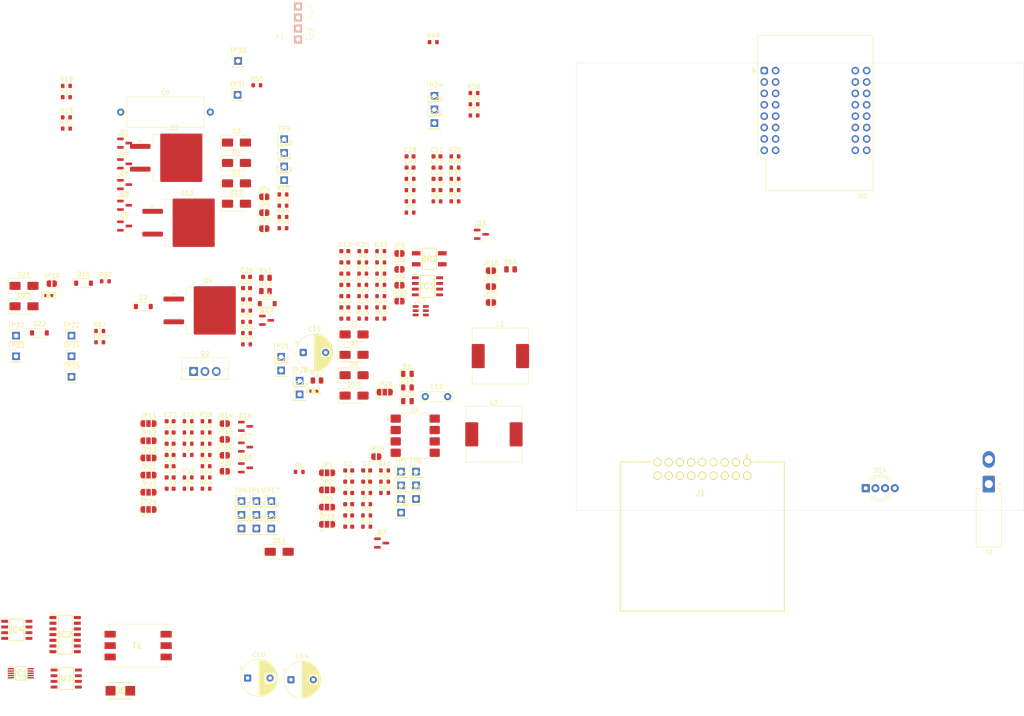
<source format=kicad_pcb>
(kicad_pcb (version 20241229) (generator "pcbnew") (generator_version "9.0")
  (layers (0 "F.Cu" signal) (4 "In1.Cu" signal) (6 "In2.Cu" signal) (2 "B.Cu" signal) (13 "F.Paste" user) (15 "B.Paste" user) (5 "F.SilkS" user "F.Silkscreen") (7 "B.SilkS" user "B.Silkscreen") (1 "F.Mask" user) (3 "B.Mask" user) (25 "Edge.Cuts" user))
  (net 0 "")
  (net 1 "Net-(BR2-~{_1})")
  (net 2 "/PSU/RECT-")
  (net 3 "/PSU/RECT+")
  (net 4 "Net-(BR2-~{_2})")
  (net 5 "Net-(IC1-IN+)")
  (net 6 "Net-(IC1-IN-)")
  (net 7 "+5V")
  (net 8 "GND")
  (net 9 "Net-(JP3-B)")
  (net 10 "Net-(IC1-EXT)")
  (net 11 "COIL")
  (net 12 "Net-(D3-K)")
  (net 13 "/PSU/FB_12")
  (net 14 "Net-(D16-COM)")
  (net 15 "Net-(D1-A)")
  (net 16 "Net-(D10-K)")
  (net 17 "Net-(D9-K)")
  (net 18 "/Sensor/PIEZO_BASIC")
  (net 19 "Net-(JP14-A)")
  (net 20 "/Sensor/CHARGE_AMP-")
  (net 21 "Net-(JP14-B)")
  (net 22 "Net-(U3-BOOT)")
  (net 23 "Net-(U3-SW)")
  (net 24 "Net-(U3-FB)")
  (net 25 "Net-(C26-Pad1)")
  (net 26 "PICKUP_SIM-")
  (net 27 "PICKUP_SIM+")
  (net 28 "Net-(Q7-E)")
  (net 29 "/Pickup/NPN")
  (net 30 "Net-(C30-Pad1)")
  (net 31 "/Sensor/BIAS_CLAMP")
  (net 32 "/Sensor/COUP_SPARK")
  (net 33 "Net-(JP24-C)")
  (net 34 "Net-(D23-A)")
  (net 35 "Net-(U2A-+)")
  (net 36 "+12V")
  (net 37 "Net-(D1-K)")
  (net 38 "Net-(D2-Pad3)")
  (net 39 "Net-(D3-A)")
  (net 40 "STATOR")
  (net 41 "Net-(D5-K)")
  (net 42 "Net-(D7-K)")
  (net 43 "/Sensor/BASIC_CONDITIONER+")
  (net 44 "/Sensor/BASIC_CONDITIONER-")
  (net 45 "Net-(D21-A)")
  (net 46 "Net-(D13-Pad3)")
  (net 47 "KILL_SWITCH")
  (net 48 "Net-(D14-BA)")
  (net 49 "Net-(D14-GA)")
  (net 50 "Net-(D14-RA)")
  (net 51 "+3V3")
  (net 53 "Net-(D18-A)")
  (net 55 "VR_SQUARE")
  (net 56 "Net-(IC1-BIAS)")
  (net 57 "Net-(IC1-ZERO_EN)")
  (net 58 "DIGITAL_QS_IN")
  (net 59 "DIGITAL_QS_OUT")
  (net 60 "PIEZO_SCHMITT")
  (net 61 "SPARK_TRIGGER_AC")
  (net 63 "/PSU/FB_5")
  (net 64 "PIEZO")
  (net 65 "Net-(D22-K)")
  (net 67 "SPARK_TRIGGER")
  (net 68 "/Sensor/ENV_SPARK")
  (net 70 "Net-(IC3-VS)")
  (net 71 "T_CUT")
  (net 74 "POWER_FET")
  (net 75 "/TCI/IGBT")
  (net 76 "/TCI/FET")
  (net 77 "SPARK")
  (net 78 "T_COIL")
  (net 79 "MAP_SW")
  (net 80 "STATOR_2")
  (net 81 "VR+")
  (net 82 "VR-")
  (net 83 "PIEZO-")
  (net 84 "PIEZO+")
  (net 85 "ENABLE_QS")
  (net 86 "COIL_QS")
  (net 87 "Net-(JP1-C)")
  (net 88 "Net-(JP1-A)")
  (net 89 "Net-(JP7-A)")
  (net 90 "/Sensor/PIEZO_AMP")
  (net 91 "Net-(JP15-B)")
  (net 92 "Net-(JP18-B)")
  (net 93 "Net-(JP18-C)")
  (net 94 "PICKUP_SIM_IN+")
  (net 95 "Net-(JP19-A)")
  (net 96 "/Sensor/ENVELOPE")
  (net 97 "/Sensor/AC_COUP")
  (net 98 "/Sensor/FILTER")
  (net 99 "/Sensor/OPAMP")
  (net 100 "Net-(JP25-A)")
  (net 101 "Net-(Q1-B)")
  (net 102 "Net-(Q1-C)")
  (net 103 "INDUCTIVE")
  (net 104 "Net-(Q2-G)")
  (net 105 "Net-(Q4-Pad1)")
  (net 106 "Net-(Q5-B)")
  (net 107 "Net-(Q6-B)")
  (net 108 "Net-(Q6-C)")
  (net 109 "Net-(Q7-B)")
  (net 110 "Net-(Q8-E)")
  (net 111 "Net-(Q9-E)")
  (net 112 "T_RPM")
  (net 113 "Net-(Q10-G)")
  (net 114 "PICKUP_SIM_IN-")
  (net 115 "Net-(R33-Pad1)")
  (net 116 "SSR_IN")
  (net 117 "Net-(R12-Pad1)")
  (net 118 "SCR")
  (net 119 "Net-(U3-EN)")
  (net 120 "Net-(R17-Pad2)")
  (net 121 "Net-(D6-A)")
  (net 122 "Net-(D19-A)")
  (net 123 "Net-(D12-A)")
  (net 124 "SCR_QS_KS")
  (net 125 "/MCU/LED_B")
  (net 126 "/MCU/LED_G")
  (net 127 "/MCU/LED_R")
  (net 128 "Net-(D20-A)")
  (net 131 "Net-(D15-K)")
  (net 132 "Net-(U1-GPIO38)")
  (net 133 "Net-(U1-GPIO39)")
  (net 134 "Net-(D22-A)")
  (net 135 "/PSU/REVERSE_PROT")
  (net 136 "Net-(IC2-5Y)")
  (net 137 "Net-(IC2-5A)")
  (net 138 "TPS")
  (net 139 "RELAY_QS")
  (net 140 "COIL_SPARK_OUT")
  (net 141 "Net-(U1-XTAL_32K_P)")
  (net 142 "Net-(U2B--)")
  (net 143 "Net-(U2B-+)")
  (net 144 "Net-(U1-GPIO40)")
  (net 145 "Net-(U1-XTAL_32K_N)")
  (net 146 "Net-(U1-EN)")
  (footprint "Connector_PinHeader_2.54mm:PinHeader_1x01_P2.54mm_Vertical" (layer "F.Cu") (at 84.88 134.22)
    (property "Reference" "TP17")
    (property "Value" "TestPoint")
  )
  (footprint "Jumper:SolderJumper-3_P1.3mm_Open_RoundedPad1.0x1.5mm" (layer "F.Cu") (at 57.48 128.405)
    (property "Reference" "JP21")
    (property "Value" "SolderJumper_3_Open")
  )
  (footprint "Diode_SMD:D_SOD-123" (layer "F.Cu") (at 56.3325 90.78)
    (property "Reference" "Z2")
    (property "Value" "BZT52B5V1-E3-08")
  )
  (footprint "Jumper:SolderJumper-2_P1.3mm_Open_RoundedPad1.0x1.5mm" (layer "F.Cu") (at 74.51 116.9)
    (property "Reference" "JP14")
    (property "Value" "SolderJumper_2_Open")
  )
  (footprint "Connector_PinHeader_2.54mm:PinHeader_1x01_P2.54mm_Vertical" (layer "F.Cu") (at 91.21 110.39)
    (property "Reference" "TP29")
    (property "Value" "TestPoint")
  )
  (footprint "Connector_PinHeader_2.54mm:PinHeader_1x01_P2.54mm_Vertical" (layer "F.Cu") (at 77.47 35.98)
    (property "Reference" "TP30")
    (property "Value" "TestPoint")
  )
  (footprint "Package_TO_SOT_SMD:SOT-23" (layer "F.Cu") (at 83.8375 93.855)
    (property "Reference" "Q10")
    (property "Value" "AO3400A")
  )
  (footprint "Resistor_SMD:R_0805_2012Metric" (layer "F.Cu") (at 95.08 107.29)
    (property "Reference" "R27")
    (property "Value" "1M")
  )
  (footprint "SamacSys_Parts:SOIC127P600X175-8N" (layer "F.Cu") (at 119.74 86.265)
    (property "Reference" "IC3")
    (property "Value" "UCC28910DR" (hide yes))
  )
  (footprint "Jumper:SolderJumper-2_P1.3mm_Open_RoundedPad1.0x1.5mm" (layer "F.Cu") (at 113.49 89.59)
    (property "Reference" "JP25")
    (property "Value" "SolderJumper_2_Open")
  )
  (footprint "Jumper:SolderJumper-2_P1.3mm_Open_RoundedPad1.0x1.5mm" (layer "F.Cu") (at 113.49 78.94)
    (property "Reference" "JP6")
    (property "Value" "SolderJumper_2_Open")
  )
  (footprint "Capacitor_SMD:C_0603_1608Metric" (layer "F.Cu") (at 101.29 83.44)
    (property "Reference" "C20")
    (property "Value" "10u")
  )
  (footprint "Resistor_SMD:R_0603_1608Metric" (layer "F.Cu") (at 109.31 88.46)
    (property "Reference" "R43")
    (property "Value" "1k")
  )
  (footprint "Connector_PinHeader_2.54mm:PinHeader_1x01_P2.54mm_Vertical" (layer "F.Cu") (at 121.28 49.85)
    (property "Reference" "TP26")
    (property "Value" "TestPoint")
  )
  (footprint "Capacitor_SMD:C_0603_1608Metric" (layer "F.Cu") (at 79.3775 89.18)
    (property "Reference" "C37")
    (property "Value" "1u")
  )
  (footprint "Jumper:SolderJumper-2_P1.3mm_Open_RoundedPad1.0x1.5mm" (layer "F.Cu") (at 83.31 69.84)
    (property "Reference" "JP5")
    (property "Value" "SolderJumper_2_Open")
  )
  (footprint "Package_TO_SOT_SMD:SOT-23" (layer "F.Cu") (at 109.51 143.565)
    (property "Reference" "Q7")
    (property "Value" "MMBT2222A")
  )
  (footprint "Resistor_SMD:R_0603_1608Metric" (layer "F.Cu") (at 125.875 64.8)
    (property "Reference" "R32")
    (property "Value" "1M")
  )
  (footprint "Package_TO_SOT_SMD:SOT-23" (layer "F.Cu") (at 52.15 58.94)
    (property "Reference" "Q5")
    (property "Value" "MMBT2222A")
  )
  (footprint "Capacitor_SMD:C_0603_1608Metric" (layer "F.Cu") (at 102.16 137.4)
    (property "Reference" "C5")
    (property "Value" "10u")
  )
  (footprint "Resistor_SMD:R_0603_1608Metric" (layer "F.Cu") (at 70.33 118.89)
    (property "Reference" "R59")
    (property "Value" "10k")
  )
  (footprint "Resistor_SMD:R_0603_1608Metric" (layer "F.Cu") (at 109.31 93.48)
    (property "Reference" "R65")
    (property "Value" "220")
  )
  (footprint "Resistor_SMD:R_0603_1608Metric" (layer "F.Cu") (at 70.33 126.42)
    (property "Reference" "R62")
    (property "Value" "10k")
  )
  (footprint "Diode_SMD:D_SMA" (layer "F.Cu") (at 77.115 63.29)
    (property "Reference" "D5")
    (property "Value" "US1M")
  )
  (footprint "Resistor_SMD:R_0603_1608Metric" (layer "F.Cu") (at 79.3775 91.69)
    (property "Reference" "R14")
    (property "Value" "10k")
  )
  (footprint "Jumper:SolderJumper-2_P1.3mm_Open_RoundedPad1.0x1.5mm" (layer "F.Cu") (at 83.31 66.29)
    (property "Reference" "JP4")
    (property "Value" "SolderJumper_2_Open")
  )
  (footprint "Connector_PinHeader_2.54mm:PinHeader_1x01_P2.54mm_Vertical" (layer "F.Cu") (at 117.18 127.63)
    (property "Reference" "TP6")
    (property "Value" "TestPoint")
  )
  (footprint "Connector_PinHeader_2.54mm:PinHeader_1x01_P2.54mm_Vertical" (layer "F.Cu") (at 78.22 140.32)
    (property "Reference" "TP13")
    (property "Value" "TestPoint")
  )
  (footprint "Resistor_SMD:R_0603_1608Metric" (layer "F.Cu") (at 70.33 116.38)
    (property "Reference" "R58")
    (property "Value" "10k")
  )
  (footprint "Jumper:SolderJumper-2_P1.3mm_Open_RoundedPad1.0x1.5mm" (layer "F.Cu") (at 108.32 124.28)
    (property "Reference" "JP19")
    (property "Value" "SolderJumper_2_Open")
  )
  (footprint "Connector_PinHeader_2.54mm:PinHeader_1x01_P2.54mm_Vertical" (layer "F.Cu") (at 81.55 140.32)
    (property "Reference" "TP16")
    (property "Value" "TestPoint")
  )
  (footprint "Inductor_SMD:L_SXN_SMDRI125" (layer "F.Cu") (at 134.57 119.3)
    (property "Reference" "L3")
    (property "Value" "15u")
  )
  (footprint "SamacSys_Parts:BLM18SP221SN1B" (layer "F.Cu") (at 35.215 88.345)
    (property "Reference" "FB2")
    (property "Value" "BLM18PG121SN1D" (hide yes))
  )
  (footprint "Jumper:SolderJumper-3_P1.3mm_Open_RoundedPad1.0x1.5mm" (layer "F.Cu") (at 97.33 131.715)
    (property "Reference" "JP2")
    (property "Value" "SolderJumper_3_Open")
  )
  (footprint "Connector_PinHeader_2.54mm:PinHeader_1x01_P2.54mm_Vertical" (layer "F.Cu") (at 81.55 134.22)
    (property "Reference" "TP14")
    (property "Value" "TestPoint")
  )
  (footprint "Resistor_SMD:R_0603_1608Metric" (layer "F.Cu") (at 110.18 132.38)
    (property "Reference" "R55")
    (property "Value" "270")
  )
  (footprint "Resistor_SMD:R_0603_1608Metric" (layer "F.Cu") (at 87.49 65.77)
    (property "Reference" "R15")
    (property "Value" "470")
  )
  (footprint "Capacitor_SMD:C_0603_1608Metric" (layer "F.Cu") (at 62.31 128.93)
    (property "Reference" "C34")
    (property "Value" "1u")
  )
  (footprint "Resistor_SMD:R_0603_1608Metric" (layer "F.Cu") (at 70.33 128.93)
    (property "Reference" "R63")
    (property "Value" "10k")
  )
  (footprint "Capacitor_SMD:C_0603_1608Metric" (layer "F.Cu") (at 115.855 59.78)
    (property "Reference" "C29")
    (property "Value" "100n")
  )
  (footprint "Jumper:SolderJumper-2_P1.3mm_Open_RoundedPad1.0x1.5mm" (layer "F.Cu") (at 74.51 124)
    (property "Reference" "JP20")
    (property "Value" "SolderJumper_2_Open")
  )
  (footprint "Capacitor_THT:C_Axial_L17.0mm_D6.5mm_P20.00mm_Horizontal" (layer "F.Cu") (at 51.27 47.39)
    (property "Reference" "C9")
    (property "Value" "1u33")
  )
  (footprint "Resistor_SMD:R_0603_1608Metric" (layer "F.Cu") (at 79.3775 99.22)
    (property "Reference" "R40")
    (property "Value" "10k")
  )
  (footprint "Capacitor_SMD:C_0603_1608Metric" (layer "F.Cu") (at 102.16 139.91)
    (property "Reference" "C6")
    (property "Value" "100n")
  )
  (footprint "Connector_PinHeader_2.54mm:PinHeader_1x01_P2.54mm_Vertical" (layer "F.Cu") (at 121.28 43.75)
    (property "Reference" "TP24")
    (property "Value" "TestPoint")
  )
  (footprint "Resistor_SMD:R_0603_1608Metric" (layer "F.Cu") (at 66.32 116.38)
    (property "Reference" "R22")
    (property "Value" "220k")
  )
  (footprint "Jumper:SolderJumper-3_P1.3mm_Open_RoundedPad1.0x1.5mm" (layer "F.Cu") (at 57.48 136.075)
    (property "Reference" "JP24")
    (property "Value" "SolderJumper_3_Open")
  )
  (footprint "Resistor_SMD:R_0603_1608Metric" (layer "F.Cu") (at 106.17 132.38)
    (property "Reference" "R6")
    (property "Value" "10k")
  )
  (footprint "Capacitor_SMD:C_0603_1608Metric" (layer "F.Cu") (at 101.29 80.93)
    (property "Reference" "C17")
    (property "Value" "100n")
  )
  (footprint "Inductor_SMD:L_SXN_SMDRI127" (layer "F.Cu") (at 136.01 101.84)
    (property "Reference" "L1")
    (property "Value" "150u")
  )
  (footprint "Jumper:SolderJumper-2_P1.3mm_Open_RoundedPad1.0x1.5mm" (layer "F.Cu") (at 83.31 73.39)
    (property "Reference" "JP7")
    (property "Value" "SolderJumper_2_Open")
  )
  (footprint "Jumper:SolderJumper-3_P1.3mm_Open_RoundedPad1.0x1.5mm" (layer "F.Cu") (at 57.48 124.57)
    (property "Reference" "JP13")
    (property "Value" "SolderJumper_3_Open")
  )
  (footprint "Capacitor_SMD:C_0603_1608Metric" (layer "F.Cu") (at 101.29 93.48)
    (property "Reference" "C24")
    (property "Value" "22u")
  )
  (footprint "Diode_SMD:D_SMA" (layer "F.Cu") (at 103.355 97.01)
    (property "Reference" "D1")
    (property "Value" "US1M")
  )
  (footprint "Connector_PinHeader_2.54mm:PinHeader_1x01_P2.54mm_Vertical" (layer "F.Cu") (at 40.3 97.29)
    (property "Reference" "TP22")
    (property "Value" "TestPoint")
  )
  (footprint "Resistor_SMD:R_0603_1608Metric" (layer "F.Cu") (at 87.49 68.28)
    (property "Reference" "R18")
    (property "Value" "330k")
  )
  (footprint "Resistor_SMD:R_0603_1608Metric" (layer "F.Cu") (at 105.3 88.46)
    (property "Reference" "R23")
    (property "Value" "75k")
  )
  (footprint "Capacitor_SMD:C_0603_1608Metric" (layer "F.Cu") (at 79.3775 86.67)
    (property "Reference" "C36")
    (property "Value" "100n")
  )
  (footprint "SamacSys_Parts:MX23A18NF1" (layer "F.Cu") (at 181.08 125.44)
    (property "Reference" "J1")
    (property "Value" "MX23A18NF1" (hide yes))
  )
  (footprint "Connector_PinHeader_2.54mm:PinHeader_1x01_P2.54mm_Vertical" (layer "F.Cu") (at 27.92 97.29)
    (property "Reference" "TP32")
    (property "Value" "TestPoint")
  )
  (footprint "Package_TO_SOT_SMD:SOT-23" (layer "F.Cu") (at 79.14 126.775)
    (property "Reference" "D18")
    (property "Value" "BAT54")
  )
  (footprint "Connector_PinHeader_2.54mm:PinHeader_1x01_P2.54mm_Vertical" (layer "F.Cu") (at 87.76 53.44)
    (property "Reference" "TP9")
    (property "Value" "TestPoint")
  )
  (footprint "Connector_PinHeader_2.54mm:PinHeader_1x01_P2.54mm_Vertical" (layer "F.Cu") (at 87.0875 105.05)
    (property "Reference" "TP27")
    (property "Value" "TestPoint")
  )
  (footprint "Capacitor_THT:C_Rect_L7.0mm_W2.0mm_P5.00mm" (layer "F.Cu") (at 119.25 110.88)
    (property "Reference" "C12")
    (property "Value" "470n")
  )
  (footprint "LED_SMD:LED_0805_2012Metric" (layer "F.Cu") (at 115.27 108.845)
    (property "Reference" "D19")
    (property "Value" "RED")
  )
  (footprint "LED_THT:LED_D5.0mm-4_RGB_Wide_Pins" (layer "F.Cu") (at 217.55 131.32)
    (property "Reference" "D14")
    (property "Value" "LED_KRGB")
  )
  (footprint "Resistor_SMD:R_0603_1608Metric" (layer "F.Cu") (at 66.32 121.4)
    (property "Reference" "R30")
    (property "Value" "10k")
  )
  (footprint "Resistor_SMD:R_0603_1608Metric" (layer "F.Cu") (at 46.6 96.25)
    (property "Reference" "R67")
    (property "Value" "100k")
  )
  (footprint "Jumper:SolderJumper-3_P1.3mm_Open_RoundedPad1.0x1.5mm" (layer "F.Cu") (at 97.33 139.385)
    (property "Reference" "JP18")
    (property "Value" "SolderJumper_3_Open")
  )
  (footprint "Package_TO_SOT_SMD:SOT-23" (layer "F.Cu") (at 52.15 54.315)
    (property "Reference" "Q1")
    (property "Value" "MMBT2222A")
  )
  (footprint "Capacitor_THT:CP_Radial_D8.0mm_P5.00mm" (layer "F.Cu") (at 89.277349 174.06)
    (property "Reference" "C14")
    (property "Value" "47u")
  )
  (footprint "Package_TO_SOT_SMD:SOT-23" (layer "F.Cu") (at 52.15 72.815)
    (property "Reference" "Q9")
    (property "Value" "MMBTA55")
  )
  (footprint "Resistor_SMD:R_0603_1608Metric" (layer "F.Cu") (at 70.33 121.4)
    (property "Reference" "R60")
    (property "Value" "10k")
  )
  (footprint "Resistor_SMD:R_0603_1608Metric" (layer "F.Cu") (at 106.17 139.91)
    (property "Reference" "R10")
    (property "Value" "10k")
  )
  (footprint "Capacitor_SMD:C_0603_1608Metric" (layer "F.Cu") (at 101.29 78.42)
    (property "Reference" "C13")
    (property "Value" "100n")
  )
  (footprint "Connector_PinHeader_2.54mm:PinHeader_1x01_P2.54mm_Vertical" (layer "F.Cu") (at 81.55 137.27)
    (property "Reference" "TP15")
    (property "Value" "TestPoint")
  )
  (footprint "Capacitor_SMD:C_0603_1608Metric" (layer "F.Cu") (at 62.31 126.42)
    (property "Reference" "C33")
    (property "Value" "100n")
  )
  (footprint "Capacitor_SMD:C_0603_1608Metric" (layer "F.Cu") (at 115.855 57.27)
    (property "Reference" "C28")
    (property "Value" "100n")
  )
  (footprint "Connector_PinHeader_2.54mm:PinHeader_1x01_P2.54mm_Vertical" (layer "F.Cu") (at 78.22 134.22)
    (property "Reference" "TP4")
    (property "Value" "TestPoint")
  )
  (footprint "Capacitor_SMD:C_0603_1608Metric" (layer "F.Cu") (at 62.31 121.4)
    (property "Reference" "C31")
    (property "Value" "4n7")
  )
  (footprint "MCU_Custom:WEMOS_S2_mini" (layer "F.Cu") (at 194.8975 38.14)
    (property "Reference" "U1")
    (property "Value" "WeMos_S2_mini")
  )
  (footprint "Resistor_SMD:R_0603_1608Metric" (layer "F.Cu") (at 121.865 67.31)
    (property "Reference" "R20")
    (property "Value" "680k")
  )
  (footprint "Connector_PinHeader_2.54mm:PinHeader_1x01_P2.54mm_Vertical" (layer "F.Cu") (at 87.76 59.54)
    (property "Reference" "TP11")
    (property "Value" "TestPoint")
  )
  (footprint "Resistor_SMD:R_0603_1608Metric" (layer "F.Cu") (at 121.032802 31.78)
    (property "Reference" "R49")
    (property "Value" "47k")
  )
  (footprint "Resistor_SMD:R_0603_1608Metric" (layer "F.Cu") (at 106.17 137.4)
    (property "Reference" "R8")
    (property "Value" "10k")
  )
  (footprint "SamacSys_Parts:SOP50P490X110-10N" (layer "F.Cu") (at 28.98 172.63)
    (property "Reference" "IC1")
    (property "Value" "MAX9924UAUB+" (hide yes))
  )
  (footprint "Capacitor_SMD:C_0603_1608Metric" (layer "F.Cu") (at 102.16 134.89)
    (property "Reference" "C4")
    (property "Value" "1u")
  )
  (footprint "Resistor_SMD:R_0603_1608Metric" (layer "F.Cu") (at 105.3 90.97)
    (property "Reference" "R24")
    (property "Value" "330k")
  )
  (footprint "Connector_PinHeader_2.54mm:PinHeader_1x01_P2.54mm_Vertical" (layer "F.Cu") (at 121.28 46.8)
    (property "Reference" "TP25")
    (property "Value" "TestPoint")
  )
  (footprint "Resistor_SMD:R_0603_1608Metric" (layer "F.Cu") (at 110.18 127.36)
    (property "Reference" "R11")
    (property "Value" "10k")
  )
  (footprint "Resistor_SMD:R_0603_1608Metric" (layer "F.Cu") (at 105.3 93.48)
    (property "Reference" "R26")
    (property "Value" "20k")
  )
  (footprint "Package_TO_SOT_SMD:SOT-23" (layer "F.Cu") (at 131.78 74.665)
    (property "Reference" "Q3")
    (property "Value" "HL2303")
  )
  (footprint "Connector_PinHeader_2.54mm:PinHeader_1x01_P2.54mm_Vertical" (layer "F.Cu") (at 77.38 43.54)
    (property "Reference" "TP31")
    (property "Value" "TestPoint")
  )
  (footprint "Resistor_SMD:R_0805_2012Metric" (layer "F.Cu") (at 138.28 82.48)
    (property "Reference" "R66")
    (property "Value" "470k")
  )
  (footprint "Resistor_SMD:R_0805_2012Metric" (layer "F.Cu") (at 83.5875 84.38)
    (property "Reference" "R41")
    (property "Value" "10")
  )
  (footprint "Connector_PinHeader_2.54mm:PinHeader_1x01_P2.54mm_Vertical" (layer "F.Cu") (at 113.85 136.78)
    (property "Reference" "TP5")
    (property "Value" "TestPoint")
  )
  (footprint "Connector_PinHeader_2.54mm:PinHeader_1x01_P2.54mm_Vertical" (layer "F.Cu") (at 113.85 127.63)
    (property "Reference" "TP1")
    (property "Value" "TestPoint")
  )
  (footprint "SamacSys_Parts:DIONM5436X261N" (layer "F.Cu") (at 51.2 176.53)
    (property "Reference" "D8")
    (property "Value" "SMBJ400CA" (hide yes))
  )
  (footprint "Resistor_SMD:R_0603_1608Metric" (layer "F.Cu") (at 115.855 69.82)
    (property "Reference" "R5")
    (property "Value" "10k")
  )
  (footprint "Resistor_SMD:R_0603_1608Metric" (layer "F.Cu") (at 39.1675 44.05)
    (property "Reference" "R21")
    (property "Value" "10k")
  )
  (footprint "Package_TO_SOT_SMD:SOT-23" (layer "F.Cu") (at 79.14 122.15)
    (property "Reference" "D17")
    (property "Value" "BAT54S")
  )
  (footprint "Connector_PinHeader_2.54mm:PinHeader_1x01_P2.54mm_Vertical" (layer "F.Cu") (at 84.88 137.27)
    (property "Reference" "TP18")
    (property "Value" "TestPoint")
  )
  (footprint "Resistor_SMD:R_0603_1608Metric" (layer "F.Cu") (at 109.31 90.97)
    (property "Reference" "R44")
    (property "Value" "300")
  )
  (footprint "Resistor_SMD:R_0603_1608Metric" (layer "F.Cu") (at 81.6675 41.41)
    (property "Reference" "R56")
    (property "Value" "220")
  )
  (footprint "Diode_SMD:D_SOD-123" (layer "F.Cu") (at 83.9825 90.13)
    (property "Reference" "Z1")
    (property "Value" "BZT52B5V1-E3-08")
  )
  (footprint "SamacSys_Parts:SOIC127P600X175-8N" (layer "F.Cu") (at 28.091 162.935)
    (property "Reference" "IC4")
    (property "Value" "UCC27624QDRQ1" (hide yes))
  )
  (footprint "Diode_SMD:D_SMA" (layer "F.Cu") (at 103.355 106.11)
    (property "Reference" "D9")
    (property "Value" "US1M")
  )
  (footprint "Package_TO_SOT_SMD:TO-263-2" (layer "F.Cu") (at 70.7725 91.648)
    (property "Reference" "Q4")
    (property "Value" "STGB20M65DF2")
  )
  (footprint "Resistor_SMD:R_0603_1608Metric" (layer "F.Cu") (at 110.18 129.87)
    (property "Reference" "R12")
    (property "Value" "470")
  )
  (footprint "Capacitor_SMD:C_0603_1608Metric" (layer "F.Cu") (at 121.865 62.29)
    (property "Reference" "C16")
    (property "Value" "22n")
  )
  (footprint "Diode_SMD:D_SMA" (layer "F.Cu") (at 29.695 86.17)
    (property "Reference" "D21")
    (property "Value" "SS54")
  )
  (footprint "Capacitor_SMD:C_0603_1608Metric" (layer "F.Cu") (at 121.865 64.8)
    (property "Reference" "C18")
    (property "Value" "22n")
  )
  (footprint "Resistor_SMD:R_0603_1608Metric" (layer "F.Cu") (at 66.32 128.93)
    (property "Reference" "R53")
    (property "Value" "10k")
  )
  (footprint "Capacitor_SMD:C_0603_1608Metric" (layer "F.Cu") (at 101.29 90.97)
    (property "Reference" "C23")
    (property "Value" "22u")
  )
  (footprint "Diode_SMD:D_SMA" (layer "F.Cu") (at 77.115 58.74)
    (property "Reference" "D4")
    (property "Value" "US1M")
  )
  (footprint "Jumper:SolderJumper-3_P1.3mm_Open_RoundedPad1.0x1.5mm" (layer "F.Cu") (at 97.33 127.88)
    (property "Reference" "JP1")
    (property "Value" "SolderJumper_3_Open")
  )
  (footprint "Resistor_SMD:R_0603_1608Metric" (layer "F.Cu") (at 125.875 59.78)
    (property "Reference" "R28")
    (property "Value" "2M")
  )
  (footprint "Resistor_SMD:R_0603_1608Metric" (layer "F.Cu") (at 109.31 85.95)
    (property "Reference" "R36")
    (property "Value" "5k1")
  )
  (footprint "Jumper:SolderJumper-3_P1.3mm_Open_RoundedPad1.0x1.5mm" (layer "F.Cu") (at 97.33 135.55)
    (property "Reference" "JP3")
    (property "Value" "SolderJumper_3_Open")
  )
  (footprint "LED_SMD:LED_0805_2012Metric" (layer "F.Cu") (at 115.27 111.885)
    (property "Reference" "D20")
    (property "Value" "GREEN")
  )
  (footprint "Resistor_SMD:R_0603_1608Metric" (layer "F.Cu") (at 66.32 131.44)
    (property "Reference" "R54")
    (property "Value" "1k")
  )
  (footprint "Capacitor_SMD:C_0603_1608Metric" (layer "F.Cu") (at 102.16 127.36)
    (property "Reference" "C1")
    (property "Value" "1n")
  )
  (footprint "Capacitor_THT:CP_Radial_D8.0mm_P5.00mm" (layer "F.Cu") (at 92.014698 101.04)
    (property "Reference" "C19")
    (property "Value" "1m")
  )
  (footprint "Package_TO_SOT_SMD:SOT-23" (layer "F.Cu") (at 79.14 117.525)
    (property "Reference" "D16")
    (property "Value" "BAT54S")
  )
  (footprint "Resistor_SMD:R_0603_1608Metric" (layer "F.Cu") (at 70.33 131.44)
    (property "Reference" "R64")
    (property "Value" "1k")
  )
  (footprint "SamacSys_Parts:BLM18SP221SN1B" (layer "F.Cu") (at 94.375 109.665)
    (property "Reference" "FB1")
    (property "Value" "BLM18PG121SN1D" (hide yes))
  )
  (footprint "Capacitor_SMD:C_0603_1608Metric" (layer "F.Cu") (at 62.31 131.44)
    (property "Reference" "C35")
    (property "Value" "4u7")
  )
  (footprint "Connector_PinHeader_2.54mm:PinHeader_1x01_P2.54mm_Vertical" (layer "F.Cu") (at 40.3 101.88)
    (property "Reference" "TP34")
    (property "Value" "TestPoint")
  )
  (footprint "Capacitor_SMD:C_0603_1608Metric" (layer "F.Cu") (at 101.29 88.46)
    (property "Reference" "C22")
    (property "Value" "100n")
  )
  (footprint "Resistor_SMD:R_0603_1608Metric" (layer "F.Cu") (at 79.3775 96.71)
    (property "Reference" "R39")
    (property "Value" "10k")
  )
  (footprint "Resistor_SMD:R_0603_1608Metric" (layer "F.Cu") (at 106.17 134.89)
    (property "Reference" "R7")
    (property "Value" "10k")
  )
  (footprint "Package_TO_SOT_SMD:TO-263-2" (layer "F.Cu") (at 63.297 57.585)
    (property "Reference" "D2")
    (property "Value" "TN1215-800G-TR")
  )
  (footprint "Package_TO_SOT_SMD:SOT-23" (layer "F.Cu") (at 52.15 68.19)
    (property "Reference" "Q8")
    (property "Value" "MMBTA55")
  )
  (footprint "Jumper:SolderJumper-2_P1.3mm_Open_RoundedPad1.0x1.5mm" (layer "F.Cu") (at 74.51 120.45)
    (property "Reference" "JP15")
    (property "Value" "SolderJumper_2_Open")
  )
  (footprint "Diode_SMD:D_SMA" (layer "F.Cu") (at 103.355 101.56)
    (property "Reference" "D7")
    (property "Value" "US1M")
  )
  (footprint "Connector_PinHeader_2.54mm:PinHeader_1x01_P2.54mm_Vertical" (layer "F.Cu") (at 87.76 62.59)
    (property "Reference" "TP19")
    (property "Value" "TestPoint")
  )
  (footprint "Resistor_SMD:R_0603_1608Metric" (layer "F.Cu") (at 115.855 67.31)
    (property "Reference" "R4")
    (property "Value" "10k")
  )
  (footprint "Resistor_SMD:R_0603_1608Metric" (layer "F.Cu") (at 70.33 123.91)
    (property "Reference" "R61")
    (property "Value" "200k")
  )
  (footprint "Capacitor_SMD:C_0603_1608Metric" (layer "F.Cu") (at 62.31 123.91)
    (property "Reference" "C32")
    (property "Value" "22p")
  )
  (footprint "Custom:Ext_Relay" (layer "F.Cu") (at 90.880302 31.175)
    (property "Reference" "K1")
    (property "Value" "Relay")
  )
  (footprint "Capacitor_SMD:C_0603_1608Metric" (layer "F.Cu") (at 105.3 78.42)
    (property "Reference" "C25")
    (property "Value" "82p")
  )
  (footprint "Custom:Molex_Mini-Fit_Jr_5569-02A2_2x01_P4.20mm_Horizontal" (layer "F.Cu") (at 245 130.41 180)
    (property "Reference" "J2")
    (property "Value" "39-30-1020")
  )
  (footprint "Resistor_SMD:R_0603_1608Metric" (layer "F.Cu") (at 91.12 127.68)
    (property "Reference" "R1")
    (property "Value" "100R")
  )
  (footprint "Resistor_SMD:R_0603_1608Metric" (layer "F.Cu") (at 125.875 67.31)
    (property "Reference" "R47")
    (property "Value" "47k")
  )
  (footprint "Diode_SMD:D_SMA" (layer "F.Cu") (at 29.695 90.72)
    (property "Reference" "D23")
    (property "Value" "SS54")
  )
  (footprint "Resistor_SMD:R_0603_1608Metric" (layer "F.Cu") (at 39.1675 41.54)
    (property "Reference" "R19")
    (property "Value" "47k")
  )
  (footprint "SamacSys_Parts:SOIC127P600X175-14N" (layer "F.Cu") (at 38.88 164)
    (property "Reference" "IC2")
    (property "Value" "74HC14D-Q100,118" (hide yes))
  )
  (footprint "Connector_PinHeader_2.54mm:PinHeader_1x01_P2.54mm_Vertical" (layer "F.Cu") (at 117.18 130.68)
    (property "Reference" "TP7")
    (property "Value" "TestPoint")
  )
  (footprint "Jumper:SolderJumper-2_P1.3mm_Open_RoundedPad1.0x1.5mm" (layer "F.Cu") (at 133.9 86.33)
    (property "Reference" "JP17")
    (property "Value" "SolderJumper_2_Open")
  )
  (footprint "Jumper:SolderJumper-2_P1.3mm_Open_RoundedPad1.0x1.5mm" (layer "F.Cu") (at 133.9 82.78)
    (property "Reference" "JP16")
    (property "Value" "SolderJumper_2_Open")
  )
  (footprint "Resistor_SMD:R_0603_1608Metric" (layer "F.Cu") (at 130.13 48.15)
    (property "Reference" "R52")
    (property "Value" "180")
  )
  (footprint "Package_TO_SOT_THT:TO-220F-3_Vertical" (layer "F.Cu") (at 67.5375 105.27)
    (property "Reference" "Q2")
    (property "Value" "IRLIZ44N")
  )
  (footprint "Jumper:SolderJumper-2_P1.3mm_Open_RoundedPad1.0x1.5mm" (layer "F.Cu") (at 74.51 127.55)
    (property "Reference" "JP22")
    (property "Value" "SolderJumper_2_Open")
  )
  (footprint "Capacitor_THT:CP_Radial_D8.0mm_P5.00mm" (layer "F.Cu") (at 79.602651 173.69)
    (property "Reference" "C10")
    (property "Value" "47u")
  )
  (footprint "Connector_PinHeader_2.54mm:PinHeader_1x01_P2.54mm_Vertical" (layer "F.Cu") (at 113.85 133.73)
    (property "Reference" "TP3")
    (property "Value" "TestPoint")
  )
  (footprint "SamacSys_Parts:SOP245P670X290-4N" (layer "F.Cu") (at 120.14 80.127)
    (property "Reference" "BR2")
    (property "Value" "MB10S" (hide yes))
  )
  (footprint "Jumper:SolderJumper-3_P1.3mm_Open_RoundedPad1.0x1.5mm" (layer "F.Cu") (at 57.48 116.9)
    (property "Reference" "JP11")
    (property "Value" "SolderJumper_3_Open")
  )
  (footprint "Resistor_SMD:R_0603_1608Metric" (layer "F.Cu") (at 109.31 78.42)
    (property "Reference" "R33")
    (property "Value" "3k3")
  )
  (footprint "Package_SO:SOP-8_6.605x9.655mm_P2.54mm" (layer "F.Cu") (at 117 119.61)
    (property "Reference" "U4")
    (property "Value" "AT223-CuH-S")
  )
  (footprint "Capacitor_SMD:C_0603_1608Metric" (layer "F.Cu") (at 101.29 85.95)
    (property "Reference" "C21")
    (property "Value" "100n")
  )
  (footprint "Resistor_SMD:R_0603_1608Metric" (layer "F.Cu") (at 105.3 80.93)
    (property "Reference" "R9")
    (property "Value" "10k")
  )
  (footprint "Resistor_SMD:R_0603_1608Metric" (layer "F.Cu") (at 109.31 83.44)
    (property "Reference" "R35")
    (property "Value" "330k")
  )
  (footprint "Connector_PinHeader_2.54mm:PinHeader_1x01_P2.54mm_Vertical" (layer "F.Cu") (at 40.3 106.47)
    (property "Reference" "TP35")
    (property "Value" "TestPoint")
  )
  (footprint "Resistor_SMD:R_0603_1608Metric" (layer "F.Cu") (at 125.875 57.27)
    (property "Reference" "R25")
    (property "Value" "10k")
  )
  (footprint "Resistor_SMD:R_0603_1608Metric" (layer "F.Cu") (at 130.13 43.13)
    (property "Reference" "R50")
    (property "Value" "180")
  )
  (footprint "Resistor_SMD:R_0603_1608Metric" (layer "F.Cu") (at 125.875 62.29)
    (property "Reference" "R31")
    (property "Value" "1M")
  )
  (footprint "Capacitor_SMD:C_0603_1608Metric" (layer "F.Cu") (at 62.31 116.38)
    (property "Reference" "C27")
    (property "Value" "100n")
  )
  (footprint "Resistor_SMD:R_0603_1608Metric" (layer "F.Cu") (at 115.855 62.29)
    (property "Reference" "R2")
    (property "Value" "100R")
  )
  (footprint "Capacitor_SMD:C_0603_1608Metric" (layer "F.Cu") (at 102.16 132.38)
    (property "Reference" "C3")
    (property "Value" "100n")
  )
  (footprint "Capacitor_SMD:C_0603_1608Metric" (layer "F.Cu") (at 121.865 59.78)
    (property "Reference" "C15")
    (property "Value" "47n")
  )
  (footprint "Package_TO_SOT_SMD:SOT-23" (layer "F.Cu") (at 52.15 63.565)
    (property "Reference" "Q6")
    (property "Value" "MMBT2222A")
  )
  (footprint "Package_TO_SOT_SMD:TO-263-2" (layer "F.Cu") (at 66.06 72.08)
    (property "Reference" "D13")
    (property "Value" "TN1215-800G-TR")
  )
  (footprint "Diode_SMD:D_SOD-123" (layer "F.Cu") (at 33.135 96.67)
    (property "Reference" "D22")
    (property "Value" "1N4148W")
  )
  (footprint "Capacitor_SMD:C_0603_1608Metric" (layer "F.Cu") (at 102.16 129.87)
    (property "Reference" "C2")
    (property "Value" "10n")
  )
  (footprint "Capacitor_SMD:C_0603_1608Metric" (layer "F.Cu") (at 79.3775 84.16)
    (property "Reference" "C26")
    (property "Value" "33n")
  )
  (footprint "LED_SMD:LED_0805_2012Metric" (layer "F.Cu") (at 115.27 105.805)
    (property "Reference" "D6")
    (property "Value" "RED")
  )
  (footprint "Capacitor_SMD:C_0603_1608Metric" (layer "F.Cu") (at 106.17 129.87)
    (property "Reference" "C8")
    (property "Value" "100n")
  )
  (footprint "Diode_SMD:D_SMA" (layer "F.Cu") (at 86.65 145.51)
    (property "Reference" "D11")
    (property "Value" "SMAJ20CA")
  )
  (footprint "Resistor_SMD:R_0603_1608Metric" (layer "F.Cu") (at 79.3775 94.2)
    (property "Reference" "R38")
    (property "Value" "3k")
  )
  (footprint "Diode_SMD:D_SMA" (layer "F.Cu") (at 103.355 110.66)
    (property "Reference" "D10")
    (property "Value" "US1M")
  )
  (footprint "Resistor_SMD:R_0603_1608Metric" (layer "F.Cu") (at 130.13 45.64)
    (property "Reference" "R51")
    (property "Value" "180")
  )
  (footprint "Jumper:SolderJumper-2_P1.3mm_Open_RoundedPad1.0x1.5mm" (layer "F.Cu") (at 35.89 85.67)
    (property "Reference" "JP10")
    (property "Value" "SolderJumper_2_Open")
  )
  (footprint "Package_TO_SOT_SMD:SOT-23-6" (layer "F.Cu") (at 118.24 91.715)
    (property "Reference" "U3")
    (property "Value" "TPS54202DDC")
  )
  (footprint "Jumper:SolderJumper-2_P1.3mm_Open_RoundedPad1.0x1.5mm" (layer "F.Cu") (at 113.49 86.04)
    (property "Reference" "JP9")
    (property "Value" "SolderJumper_2_Open")
  )
  (footprint "Capacitor_SMD:C_0603_1608Metric" (layer "F.Cu") (at 121.865 57.27)
    (property "Reference" "C11")
    (property "Value" "10n")
  )
  (footprint "SamacSys_Parts:SMLP5001E" (layer "F.Cu") (at 54.92 166.45)
    (property "Reference" "T1")
    (property "Value" "SM-LP-5001E" (hide yes))
  )
  (footprint "Connector_PinHeader_2.54mm:PinHeader_1x01_P2.54mm_Vertical" (layer "F.Cu") (at 27.92 101.88)
    (property "Reference" "TP33")
    (property "Value" "TestPoint")
  )
  (footprint "Diode_SMD:D_SMA" (layer "F.Cu") (at 77.115 54.19)
    (property "Reference" "D3")
    (property "Value" "US1M")
  )
  (footprint "Jumper:SolderJumper-3_P1.3mm_Open_RoundedPad1.0x1.5mm" (layer "F.Cu") (at 57.48 120.735)
    (property "Reference" "JP12")
    (property "Value" "SolderJumper_3_Open")
  )
  (footprint "Resistor_SMD:R_0603_1608Metric" (layer "F.Cu") (at 47.86 85.15)
    (property "Reference" "R57")
    (property "Value" "47k")
  )
  (footprint "Resistor_SMD:R_0603_1608Metric" (layer "F.Cu") (at 115.855 64.8)
    (property "Reference" "R3")
    (property "Value" "10k")
  )
  (footprint "Capacitor_SMD:C_0603_1608Metric" (layer "F.Cu") (at 62.31 118.89)
    (property "Reference" "C30")
    (property "Value" "2n2")
  )
  (footprint "Jumper:SolderJumper-3_P1.3mm_Open_RoundedPad1.0x1.5mm" (layer "F.Cu") (at 110.2 109.895)
    (property "Reference" "JP26")
    (property "Value" "SolderJumper_3_Open")
  )
  (footprint "Jumper:SolderJumper-3_P1.3mm_Open_RoundedPad1.0x1.5mm" (layer "F.Cu") (at 57.48 132.24)
    (property "Reference" "JP23")
    (property "Value" "SolderJumper_3_Open")
  )
  (footprint "Resistor_SMD:R_0603_1608Metric" (layer "F.Cu") (at 66.32 118.89)
    (property "Reference" "R29")
    (property "Value" "10k")
  )
  (footprint "Connector_PinHeader_2.54mm:PinHeader_1x01_P2.54mm_Vertical" (layer "F.Cu") (at 117.18 133.73)
    (property "Reference" "TP8")
    (property "Value" "TestPoint")
  )
  (footprint "Diode_SMD:D_SMA" (layer "F.Cu") (at 77.115 67.84)
    (property "Reference" "D12")
    (property "Value" "US1M")
  )
  (footprint "Resistor_SMD:R_0603_1608Metric" (layer "F.Cu") (at 46.6 98.76)
    (property "Reference" "R68")
    (property "Value" "100k")
  )
  (footprint "Resistor_SMD:R_0805_2012Metric" (layer "F.Cu") (at 83.5875 87.33)
    (property "Reference" "R42")
    (property "Value" "100")
  )
  (footprint "Resistor_SMD:R_0603_1608Metric" (layer "F.Cu") (at 109.31 80.93)
    (property "Reference" "R34")
    (property "Value" "100k")
  )
  (footprint "Connector_PinHeader_2.54mm:PinHeader_1x01_P2.54mm_Vertical" (layer "F.Cu") (at 87.0875 102)
    (property "Reference" "TP21")
    (property "Value" "TestPoint")
  )
  (footprint "Connector_PinHeader_2.54mm:PinHeader_1x01_P2.54mm_Vertical" (layer "F.Cu") (at 84.88 140.32)
    (property "Reference" "TP20")
    (property "Value" "TestPoint")
  )
  (footprint "Resistor_SMD:R_0603_1608Metric" (layer "F.Cu") (at 87.49 70.79)
    (property "Reference" "R46")
    (property "Value" "1k")
  )
  (footprint "Diode_SMD:D_SOD-123" (layer "F.Cu") (at 42.985 85.57)
    (property "Reference" "D15")
    (property "Value" "1N4148W")
  )
  (footprint "SamacSys_Parts:SOIC127P600X175-8N" (layer "F.Cu") (at 39.121 173.805)
    (property "Reference" "U2")
    (property "Value" "OPA2376xxD" (hide yes))
  )
  (footprint "Resistor_SMD:R_0603_1608Metric" (layer "F.Cu") (at 39.1675 51.07)
    (property "Reference" "R45")
    (property "Value" "10k")
  )
  (footprint "Resistor_SMD:R_0603_1608Metric" (layer "F.Cu") (at 39.1675 48.56)
    (property "Reference" "R13")
    (property "Value" "220")
  )
  (footprint "Resistor_SMD:R_0603_1608Metric" (layer "F.Cu") (at 87.49 73.3)
    (property "Reference" "R48")
    (property "Value" "470")
  )
  (footprint "Capacitor_SMD:C_0603_1608Metric" (layer "F.Cu") (at 106.17 127.36)
    (property "Reference" "C7")
    (property "Value" "10u")
  )
  (footprint "Resistor_SMD:R_0603_1608Metric" (layer "F.Cu") (at 105.3 83.44)
    (property "Reference" "R16")
    (property "Value" "510k")
  )
  (footprint "Connector_PinHeader_2.54mm:PinHeader_1x01_P2.54mm_Vertical" (layer "F.Cu") (at 91.21 107.34)
    (property "Reference" "TP28")
    (property "Value" "TestPoint")
  )
  (footprint "Jumper:SolderJumper-2_P1.3mm_Open_RoundedPad1.0x1.5mm" (layer "F.Cu") (at 113.49 82.49)
    (property "Reference" "JP8")
    (property "Value" "SolderJumper_2_Open")
  )
  (footprint "Resistor_SMD:R_0603_1608Metric" (layer "F.Cu") (at 66.32 123.91)
    (property "Reference" "R37")
    (property "Value" "1M")
  )
  (footprint "Jumper:SolderJumper-2_P1.3mm_Open_RoundedPad1.0x1.5mm" (layer "F.Cu") (at 133.9 89.88)
    (property "Reference" "JP27")
    (property "Value" "SolderJumper_2_Open")
  )
  (footprint "Connector_PinHeader_2.54mm:PinHeader_1x01_P2.54mm_Vertical" (layer "F.Cu") (at 87.76 56.49)
    (property "Reference" "TP10")
    (property "Value" "TestPoint")
  )
  (footprint "Connector_PinHeader_2.54mm:PinHeader_1x01_P2.54mm_Vertical" (layer "F.Cu") (at 113.85 130.68)
    (property "Reference" "TP2")
    (property "Value" "TestPoint")
  )
  (footprint "Connector_PinHeader_2.54mm:PinHeader_1x01_P2.54mm_Vertical" (layer "F.Cu") (at 78.22 137.27)
    (property "Reference" "TP12")
    (property "Value" "TestPoint")
  )
  (footprint "Resistor_SMD:R_0603_1608Metric" (layer "F.Cu") (at 105.3 85.95)
    (property "Reference" "R17")
    (property "Value" "100k")
  )
  (gr_rect (start 152.94 36.39) (end 252.84 136.3) (stroke (width 0.05)) (fill no) (layer "Edge.Cuts"))
)
</source>
